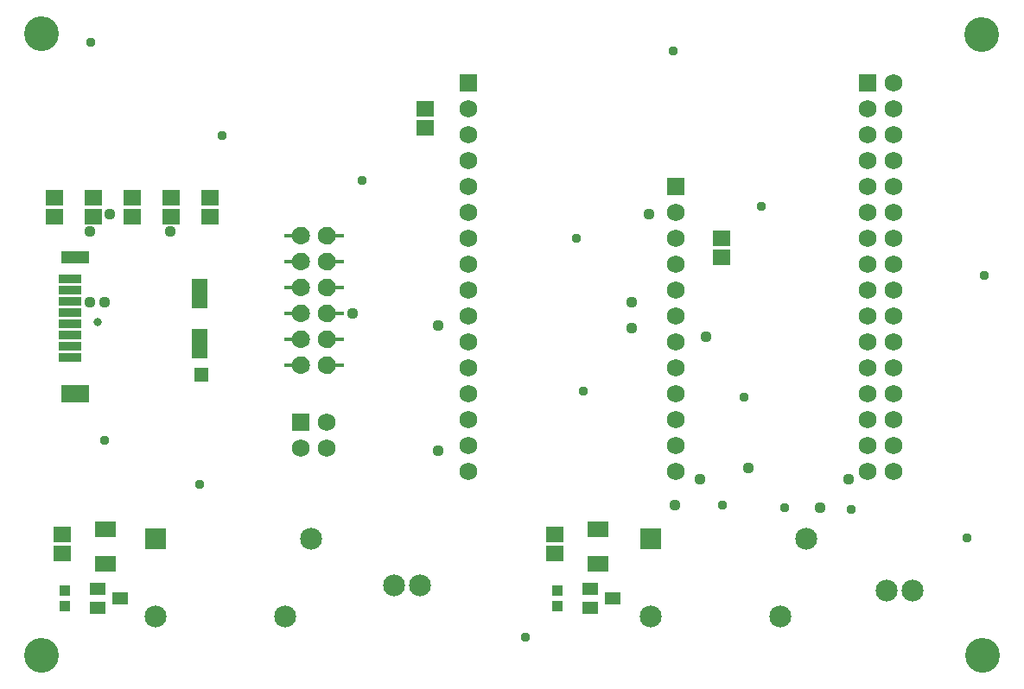
<source format=gbr>
G04 EAGLE Gerber RS-274X export*
G75*
%MOMM*%
%FSLAX34Y34*%
%LPD*%
%INSoldermask Top*%
%IPPOS*%
%AMOC8*
5,1,8,0,0,1.08239X$1,22.5*%
G01*
%ADD10C,3.403200*%
%ADD11R,2.203200X0.903200*%
%ADD12R,2.803200X1.203200*%
%ADD13R,2.803200X1.703200*%
%ADD14R,1.603200X2.903200*%
%ADD15R,1.403200X1.403200*%
%ADD16R,1.733200X1.733200*%
%ADD17C,1.733200*%
%ADD18R,1.703200X1.503200*%
%ADD19R,2.153200X2.153200*%
%ADD20C,2.153200*%
%ADD21R,1.603200X1.203200*%
%ADD22R,1.003200X1.003200*%
%ADD23C,2.146300*%
%ADD24R,2.003200X1.603200*%
%ADD25C,0.959600*%
%ADD26C,0.809600*%
%ADD27C,1.117600*%

G36*
X306258Y593337D02*
X306258Y593337D01*
X306264Y593333D01*
X307927Y593831D01*
X307931Y593836D01*
X307936Y593834D01*
X309468Y594649D01*
X309471Y594656D01*
X309476Y594654D01*
X310819Y595755D01*
X310820Y595762D01*
X310826Y595761D01*
X311926Y597104D01*
X311926Y597111D01*
X311931Y597112D01*
X312746Y598644D01*
X312745Y598651D01*
X312749Y598653D01*
X313237Y600281D01*
X321100Y600281D01*
X321147Y600317D01*
X321142Y600324D01*
X321149Y600330D01*
X321149Y603630D01*
X321113Y603677D01*
X321106Y603672D01*
X321100Y603679D01*
X313237Y603679D01*
X312749Y605307D01*
X312744Y605311D01*
X312746Y605316D01*
X311931Y606848D01*
X311924Y606851D01*
X311926Y606856D01*
X310826Y608199D01*
X310818Y608200D01*
X310819Y608206D01*
X309476Y609306D01*
X309469Y609306D01*
X309468Y609311D01*
X307936Y610126D01*
X307929Y610125D01*
X307927Y610129D01*
X306264Y610627D01*
X306254Y610624D01*
X306250Y610629D01*
X304800Y610629D01*
X304797Y610627D01*
X304795Y610629D01*
X303117Y610464D01*
X303112Y610459D01*
X303108Y610462D01*
X301495Y609973D01*
X301490Y609967D01*
X301486Y609969D01*
X299999Y609174D01*
X299996Y609168D01*
X299991Y609169D01*
X298688Y608099D01*
X298686Y608092D01*
X298681Y608092D01*
X297611Y606789D01*
X297611Y606782D01*
X297606Y606781D01*
X296811Y605294D01*
X296812Y605287D01*
X296808Y605285D01*
X296318Y603672D01*
X296321Y603665D01*
X296316Y603663D01*
X296151Y601985D01*
X296155Y601979D01*
X296151Y601975D01*
X296316Y600297D01*
X296321Y600292D01*
X296318Y600288D01*
X296808Y598675D01*
X296813Y598670D01*
X296811Y598666D01*
X297606Y597179D01*
X297613Y597176D01*
X297611Y597171D01*
X298681Y595868D01*
X298688Y595866D01*
X298688Y595861D01*
X299991Y594791D01*
X299998Y594791D01*
X299999Y594786D01*
X301486Y593991D01*
X301493Y593992D01*
X301495Y593988D01*
X303108Y593498D01*
X303115Y593501D01*
X303117Y593496D01*
X304795Y593331D01*
X304798Y593333D01*
X304800Y593331D01*
X306250Y593331D01*
X306258Y593337D01*
G37*
G36*
X306258Y567937D02*
X306258Y567937D01*
X306264Y567933D01*
X307927Y568431D01*
X307931Y568436D01*
X307936Y568434D01*
X309468Y569249D01*
X309471Y569256D01*
X309476Y569254D01*
X310819Y570355D01*
X310820Y570362D01*
X310826Y570361D01*
X311926Y571704D01*
X311926Y571711D01*
X311931Y571712D01*
X312746Y573244D01*
X312745Y573251D01*
X312749Y573253D01*
X313237Y574881D01*
X321100Y574881D01*
X321147Y574917D01*
X321142Y574924D01*
X321149Y574930D01*
X321149Y578230D01*
X321113Y578277D01*
X321106Y578272D01*
X321100Y578279D01*
X313237Y578279D01*
X312749Y579907D01*
X312744Y579911D01*
X312746Y579916D01*
X311931Y581448D01*
X311924Y581451D01*
X311926Y581456D01*
X310826Y582799D01*
X310818Y582800D01*
X310819Y582806D01*
X309476Y583906D01*
X309469Y583906D01*
X309468Y583911D01*
X307936Y584726D01*
X307929Y584725D01*
X307927Y584729D01*
X306264Y585227D01*
X306254Y585224D01*
X306250Y585229D01*
X304800Y585229D01*
X304797Y585227D01*
X304795Y585229D01*
X303117Y585064D01*
X303112Y585059D01*
X303108Y585062D01*
X301495Y584573D01*
X301490Y584567D01*
X301486Y584569D01*
X299999Y583774D01*
X299996Y583768D01*
X299991Y583769D01*
X298688Y582699D01*
X298686Y582692D01*
X298681Y582692D01*
X297611Y581389D01*
X297611Y581382D01*
X297606Y581381D01*
X296811Y579894D01*
X296812Y579887D01*
X296808Y579885D01*
X296318Y578272D01*
X296321Y578265D01*
X296316Y578263D01*
X296151Y576585D01*
X296155Y576579D01*
X296151Y576575D01*
X296316Y574897D01*
X296321Y574892D01*
X296318Y574888D01*
X296808Y573275D01*
X296813Y573270D01*
X296811Y573266D01*
X297606Y571779D01*
X297613Y571776D01*
X297611Y571771D01*
X298681Y570468D01*
X298688Y570466D01*
X298688Y570461D01*
X299991Y569391D01*
X299998Y569391D01*
X299999Y569386D01*
X301486Y568591D01*
X301493Y568592D01*
X301495Y568588D01*
X303108Y568098D01*
X303115Y568101D01*
X303117Y568096D01*
X304795Y567931D01*
X304798Y567933D01*
X304800Y567931D01*
X306250Y567931D01*
X306258Y567937D01*
G37*
G36*
X306258Y542537D02*
X306258Y542537D01*
X306264Y542533D01*
X307927Y543031D01*
X307931Y543036D01*
X307936Y543034D01*
X309468Y543849D01*
X309471Y543856D01*
X309476Y543854D01*
X310819Y544955D01*
X310820Y544962D01*
X310826Y544961D01*
X311926Y546304D01*
X311926Y546311D01*
X311931Y546312D01*
X312746Y547844D01*
X312745Y547851D01*
X312749Y547853D01*
X313237Y549481D01*
X321100Y549481D01*
X321147Y549517D01*
X321142Y549524D01*
X321149Y549530D01*
X321149Y552830D01*
X321113Y552877D01*
X321106Y552872D01*
X321100Y552879D01*
X313237Y552879D01*
X312749Y554507D01*
X312744Y554511D01*
X312746Y554516D01*
X311931Y556048D01*
X311924Y556051D01*
X311926Y556056D01*
X310826Y557399D01*
X310818Y557400D01*
X310819Y557406D01*
X309476Y558506D01*
X309469Y558506D01*
X309468Y558511D01*
X307936Y559326D01*
X307929Y559325D01*
X307927Y559329D01*
X306264Y559827D01*
X306254Y559824D01*
X306250Y559829D01*
X304800Y559829D01*
X304797Y559827D01*
X304795Y559829D01*
X303117Y559664D01*
X303112Y559659D01*
X303108Y559662D01*
X301495Y559173D01*
X301490Y559167D01*
X301486Y559169D01*
X299999Y558374D01*
X299996Y558368D01*
X299991Y558369D01*
X298688Y557299D01*
X298686Y557292D01*
X298681Y557292D01*
X297611Y555989D01*
X297611Y555982D01*
X297606Y555981D01*
X296811Y554494D01*
X296812Y554487D01*
X296808Y554485D01*
X296318Y552872D01*
X296321Y552865D01*
X296316Y552863D01*
X296151Y551185D01*
X296155Y551179D01*
X296151Y551175D01*
X296316Y549497D01*
X296321Y549492D01*
X296318Y549488D01*
X296808Y547875D01*
X296813Y547870D01*
X296811Y547866D01*
X297606Y546379D01*
X297613Y546376D01*
X297611Y546371D01*
X298681Y545068D01*
X298688Y545066D01*
X298688Y545061D01*
X299991Y543991D01*
X299998Y543991D01*
X299999Y543986D01*
X301486Y543191D01*
X301493Y543192D01*
X301495Y543188D01*
X303108Y542698D01*
X303115Y542701D01*
X303117Y542696D01*
X304795Y542531D01*
X304798Y542533D01*
X304800Y542531D01*
X306250Y542531D01*
X306258Y542537D01*
G37*
G36*
X306258Y517137D02*
X306258Y517137D01*
X306264Y517133D01*
X307927Y517631D01*
X307931Y517636D01*
X307936Y517634D01*
X309468Y518449D01*
X309471Y518456D01*
X309476Y518454D01*
X310819Y519555D01*
X310820Y519562D01*
X310826Y519561D01*
X311926Y520904D01*
X311926Y520911D01*
X311931Y520912D01*
X312746Y522444D01*
X312745Y522451D01*
X312749Y522453D01*
X313237Y524081D01*
X321100Y524081D01*
X321147Y524117D01*
X321142Y524124D01*
X321149Y524130D01*
X321149Y527430D01*
X321113Y527477D01*
X321106Y527472D01*
X321100Y527479D01*
X313237Y527479D01*
X312749Y529107D01*
X312744Y529111D01*
X312746Y529116D01*
X311931Y530648D01*
X311924Y530651D01*
X311926Y530656D01*
X310826Y531999D01*
X310818Y532000D01*
X310819Y532006D01*
X309476Y533106D01*
X309469Y533106D01*
X309468Y533111D01*
X307936Y533926D01*
X307929Y533925D01*
X307927Y533929D01*
X306264Y534427D01*
X306254Y534424D01*
X306250Y534429D01*
X304800Y534429D01*
X304797Y534427D01*
X304795Y534429D01*
X303117Y534264D01*
X303112Y534259D01*
X303108Y534262D01*
X301495Y533773D01*
X301490Y533767D01*
X301486Y533769D01*
X299999Y532974D01*
X299996Y532968D01*
X299991Y532969D01*
X298688Y531899D01*
X298686Y531892D01*
X298681Y531892D01*
X297611Y530589D01*
X297611Y530582D01*
X297606Y530581D01*
X296811Y529094D01*
X296812Y529087D01*
X296808Y529085D01*
X296318Y527472D01*
X296321Y527465D01*
X296316Y527463D01*
X296151Y525785D01*
X296155Y525779D01*
X296151Y525775D01*
X296316Y524097D01*
X296321Y524092D01*
X296318Y524088D01*
X296808Y522475D01*
X296813Y522470D01*
X296811Y522466D01*
X297606Y520979D01*
X297613Y520976D01*
X297611Y520971D01*
X298681Y519668D01*
X298688Y519666D01*
X298688Y519661D01*
X299991Y518591D01*
X299998Y518591D01*
X299999Y518586D01*
X301486Y517791D01*
X301493Y517792D01*
X301495Y517788D01*
X303108Y517298D01*
X303115Y517301D01*
X303117Y517296D01*
X304795Y517131D01*
X304798Y517133D01*
X304800Y517131D01*
X306250Y517131D01*
X306258Y517137D01*
G37*
G36*
X306258Y491737D02*
X306258Y491737D01*
X306264Y491733D01*
X307927Y492231D01*
X307931Y492236D01*
X307936Y492234D01*
X309468Y493049D01*
X309471Y493056D01*
X309476Y493054D01*
X310819Y494155D01*
X310820Y494162D01*
X310826Y494161D01*
X311926Y495504D01*
X311926Y495511D01*
X311931Y495512D01*
X312746Y497044D01*
X312745Y497051D01*
X312749Y497053D01*
X313237Y498681D01*
X321100Y498681D01*
X321147Y498717D01*
X321142Y498724D01*
X321149Y498730D01*
X321149Y502030D01*
X321113Y502077D01*
X321106Y502072D01*
X321100Y502079D01*
X313237Y502079D01*
X312749Y503707D01*
X312744Y503711D01*
X312746Y503716D01*
X311931Y505248D01*
X311924Y505251D01*
X311926Y505256D01*
X310826Y506599D01*
X310818Y506600D01*
X310819Y506606D01*
X309476Y507706D01*
X309469Y507706D01*
X309468Y507711D01*
X307936Y508526D01*
X307929Y508525D01*
X307927Y508529D01*
X306264Y509027D01*
X306254Y509024D01*
X306250Y509029D01*
X304800Y509029D01*
X304797Y509027D01*
X304795Y509029D01*
X303117Y508864D01*
X303112Y508859D01*
X303108Y508862D01*
X301495Y508373D01*
X301490Y508367D01*
X301486Y508369D01*
X299999Y507574D01*
X299996Y507568D01*
X299991Y507569D01*
X298688Y506499D01*
X298686Y506492D01*
X298681Y506492D01*
X297611Y505189D01*
X297611Y505182D01*
X297606Y505181D01*
X296811Y503694D01*
X296812Y503687D01*
X296808Y503685D01*
X296318Y502072D01*
X296321Y502065D01*
X296316Y502063D01*
X296151Y500385D01*
X296155Y500379D01*
X296151Y500375D01*
X296316Y498697D01*
X296321Y498692D01*
X296318Y498688D01*
X296808Y497075D01*
X296813Y497070D01*
X296811Y497066D01*
X297606Y495579D01*
X297613Y495576D01*
X297611Y495571D01*
X298681Y494268D01*
X298688Y494266D01*
X298688Y494261D01*
X299991Y493191D01*
X299998Y493191D01*
X299999Y493186D01*
X301486Y492391D01*
X301493Y492392D01*
X301495Y492388D01*
X303108Y491898D01*
X303115Y491901D01*
X303117Y491896D01*
X304795Y491731D01*
X304798Y491733D01*
X304800Y491731D01*
X306250Y491731D01*
X306258Y491737D01*
G37*
G36*
X306258Y466337D02*
X306258Y466337D01*
X306264Y466333D01*
X307927Y466831D01*
X307931Y466836D01*
X307936Y466834D01*
X309468Y467649D01*
X309471Y467656D01*
X309476Y467654D01*
X310819Y468755D01*
X310820Y468762D01*
X310826Y468761D01*
X311926Y470104D01*
X311926Y470111D01*
X311931Y470112D01*
X312746Y471644D01*
X312745Y471651D01*
X312749Y471653D01*
X313237Y473281D01*
X321100Y473281D01*
X321147Y473317D01*
X321142Y473324D01*
X321149Y473330D01*
X321149Y476630D01*
X321113Y476677D01*
X321106Y476672D01*
X321100Y476679D01*
X313237Y476679D01*
X312749Y478307D01*
X312744Y478311D01*
X312746Y478316D01*
X311931Y479848D01*
X311924Y479851D01*
X311926Y479856D01*
X310826Y481199D01*
X310818Y481200D01*
X310819Y481206D01*
X309476Y482306D01*
X309469Y482306D01*
X309468Y482311D01*
X307936Y483126D01*
X307929Y483125D01*
X307927Y483129D01*
X306264Y483627D01*
X306254Y483624D01*
X306250Y483629D01*
X304800Y483629D01*
X304797Y483627D01*
X304795Y483629D01*
X303117Y483464D01*
X303112Y483459D01*
X303108Y483462D01*
X301495Y482973D01*
X301490Y482967D01*
X301486Y482969D01*
X299999Y482174D01*
X299996Y482168D01*
X299991Y482169D01*
X298688Y481099D01*
X298686Y481092D01*
X298681Y481092D01*
X297611Y479789D01*
X297611Y479782D01*
X297606Y479781D01*
X296811Y478294D01*
X296812Y478287D01*
X296808Y478285D01*
X296318Y476672D01*
X296321Y476665D01*
X296316Y476663D01*
X296151Y474985D01*
X296155Y474979D01*
X296151Y474975D01*
X296316Y473297D01*
X296321Y473292D01*
X296318Y473288D01*
X296808Y471675D01*
X296813Y471670D01*
X296811Y471666D01*
X297606Y470179D01*
X297613Y470176D01*
X297611Y470171D01*
X298681Y468868D01*
X298688Y468866D01*
X298688Y468861D01*
X299991Y467791D01*
X299998Y467791D01*
X299999Y467786D01*
X301486Y466991D01*
X301493Y466992D01*
X301495Y466988D01*
X303108Y466498D01*
X303115Y466501D01*
X303117Y466496D01*
X304795Y466331D01*
X304798Y466333D01*
X304800Y466331D01*
X306250Y466331D01*
X306258Y466337D01*
G37*
G36*
X281083Y593496D02*
X281083Y593496D01*
X281088Y593501D01*
X281092Y593498D01*
X282705Y593988D01*
X282710Y593993D01*
X282714Y593991D01*
X284201Y594786D01*
X284204Y594793D01*
X284209Y594791D01*
X285512Y595861D01*
X285514Y595868D01*
X285519Y595868D01*
X286589Y597171D01*
X286589Y597178D01*
X286594Y597179D01*
X287389Y598666D01*
X287388Y598673D01*
X287393Y598675D01*
X287471Y598932D01*
X287485Y598981D01*
X287486Y598981D01*
X287710Y599720D01*
X287882Y600288D01*
X287879Y600295D01*
X287884Y600297D01*
X288049Y601975D01*
X288045Y601981D01*
X288049Y601985D01*
X287884Y603663D01*
X287879Y603668D01*
X287882Y603672D01*
X287393Y605285D01*
X287387Y605290D01*
X287389Y605294D01*
X286594Y606781D01*
X286588Y606784D01*
X286589Y606789D01*
X285519Y608092D01*
X285512Y608094D01*
X285512Y608099D01*
X284209Y609169D01*
X284202Y609169D01*
X284201Y609174D01*
X282714Y609969D01*
X282707Y609968D01*
X282705Y609973D01*
X281092Y610462D01*
X281085Y610459D01*
X281083Y610464D01*
X279405Y610629D01*
X279399Y610625D01*
X279395Y610629D01*
X277718Y610460D01*
X277713Y610455D01*
X277709Y610458D01*
X276097Y609965D01*
X276093Y609959D01*
X276088Y609961D01*
X274605Y609161D01*
X274602Y609155D01*
X274597Y609156D01*
X273298Y608082D01*
X273297Y608075D01*
X273291Y608075D01*
X272228Y606767D01*
X272228Y606760D01*
X272223Y606759D01*
X271436Y605269D01*
X271437Y605265D01*
X271434Y605263D01*
X271436Y605261D01*
X271433Y605260D01*
X270963Y603679D01*
X263100Y603679D01*
X263053Y603643D01*
X263055Y603640D01*
X263053Y603637D01*
X263055Y603634D01*
X263051Y603630D01*
X263051Y600330D01*
X263087Y600283D01*
X263094Y600288D01*
X263100Y600281D01*
X270963Y600281D01*
X271433Y598700D01*
X271438Y598696D01*
X271436Y598691D01*
X272223Y597201D01*
X272229Y597198D01*
X272228Y597193D01*
X273291Y595885D01*
X273298Y595883D01*
X273298Y595878D01*
X274597Y594804D01*
X274604Y594804D01*
X274605Y594799D01*
X276088Y593999D01*
X276096Y594000D01*
X276097Y593995D01*
X277709Y593502D01*
X277716Y593504D01*
X277718Y593500D01*
X279395Y593331D01*
X279401Y593335D01*
X279405Y593331D01*
X281083Y593496D01*
G37*
G36*
X281083Y568096D02*
X281083Y568096D01*
X281088Y568101D01*
X281092Y568098D01*
X282705Y568588D01*
X282710Y568593D01*
X282714Y568591D01*
X284201Y569386D01*
X284204Y569393D01*
X284209Y569391D01*
X285512Y570461D01*
X285514Y570468D01*
X285519Y570468D01*
X286589Y571771D01*
X286589Y571778D01*
X286594Y571779D01*
X287389Y573266D01*
X287388Y573273D01*
X287393Y573275D01*
X287471Y573532D01*
X287485Y573581D01*
X287486Y573581D01*
X287710Y574320D01*
X287882Y574888D01*
X287879Y574895D01*
X287884Y574897D01*
X288049Y576575D01*
X288045Y576581D01*
X288049Y576585D01*
X287884Y578263D01*
X287879Y578268D01*
X287882Y578272D01*
X287393Y579885D01*
X287387Y579890D01*
X287389Y579894D01*
X286594Y581381D01*
X286588Y581384D01*
X286589Y581389D01*
X285519Y582692D01*
X285512Y582694D01*
X285512Y582699D01*
X284209Y583769D01*
X284202Y583769D01*
X284201Y583774D01*
X282714Y584569D01*
X282707Y584568D01*
X282705Y584573D01*
X281092Y585062D01*
X281085Y585059D01*
X281083Y585064D01*
X279405Y585229D01*
X279399Y585225D01*
X279395Y585229D01*
X277718Y585060D01*
X277713Y585055D01*
X277709Y585058D01*
X276097Y584565D01*
X276093Y584559D01*
X276088Y584561D01*
X274605Y583761D01*
X274602Y583755D01*
X274597Y583756D01*
X273298Y582682D01*
X273297Y582675D01*
X273291Y582675D01*
X272228Y581367D01*
X272228Y581360D01*
X272223Y581359D01*
X271436Y579869D01*
X271437Y579865D01*
X271434Y579863D01*
X271436Y579861D01*
X271433Y579860D01*
X270963Y578279D01*
X263100Y578279D01*
X263053Y578243D01*
X263055Y578240D01*
X263053Y578237D01*
X263055Y578234D01*
X263051Y578230D01*
X263051Y574930D01*
X263087Y574883D01*
X263094Y574888D01*
X263100Y574881D01*
X270963Y574881D01*
X271433Y573300D01*
X271438Y573296D01*
X271436Y573291D01*
X272223Y571801D01*
X272229Y571798D01*
X272228Y571793D01*
X273291Y570485D01*
X273298Y570483D01*
X273298Y570478D01*
X274597Y569404D01*
X274604Y569404D01*
X274605Y569399D01*
X276088Y568599D01*
X276096Y568600D01*
X276097Y568595D01*
X277709Y568102D01*
X277716Y568104D01*
X277718Y568100D01*
X279395Y567931D01*
X279401Y567935D01*
X279405Y567931D01*
X281083Y568096D01*
G37*
G36*
X281083Y542696D02*
X281083Y542696D01*
X281088Y542701D01*
X281092Y542698D01*
X282705Y543188D01*
X282710Y543193D01*
X282714Y543191D01*
X284201Y543986D01*
X284204Y543993D01*
X284209Y543991D01*
X285512Y545061D01*
X285514Y545068D01*
X285519Y545068D01*
X286589Y546371D01*
X286589Y546378D01*
X286594Y546379D01*
X287389Y547866D01*
X287388Y547873D01*
X287393Y547875D01*
X287471Y548132D01*
X287485Y548181D01*
X287486Y548181D01*
X287710Y548920D01*
X287882Y549488D01*
X287879Y549495D01*
X287884Y549497D01*
X288049Y551175D01*
X288045Y551181D01*
X288049Y551185D01*
X287884Y552863D01*
X287879Y552868D01*
X287882Y552872D01*
X287393Y554485D01*
X287387Y554490D01*
X287389Y554494D01*
X286594Y555981D01*
X286588Y555984D01*
X286589Y555989D01*
X285519Y557292D01*
X285512Y557294D01*
X285512Y557299D01*
X284209Y558369D01*
X284202Y558369D01*
X284201Y558374D01*
X282714Y559169D01*
X282707Y559168D01*
X282705Y559173D01*
X281092Y559662D01*
X281085Y559659D01*
X281083Y559664D01*
X279405Y559829D01*
X279399Y559825D01*
X279395Y559829D01*
X277718Y559660D01*
X277713Y559655D01*
X277709Y559658D01*
X276097Y559165D01*
X276093Y559159D01*
X276088Y559161D01*
X274605Y558361D01*
X274602Y558355D01*
X274597Y558356D01*
X273298Y557282D01*
X273297Y557275D01*
X273291Y557275D01*
X272228Y555967D01*
X272228Y555960D01*
X272223Y555959D01*
X271436Y554469D01*
X271437Y554465D01*
X271434Y554463D01*
X271436Y554461D01*
X271433Y554460D01*
X270963Y552879D01*
X263100Y552879D01*
X263053Y552843D01*
X263055Y552840D01*
X263053Y552837D01*
X263055Y552834D01*
X263051Y552830D01*
X263051Y549530D01*
X263087Y549483D01*
X263094Y549488D01*
X263100Y549481D01*
X270963Y549481D01*
X271433Y547900D01*
X271438Y547896D01*
X271436Y547891D01*
X272223Y546401D01*
X272229Y546398D01*
X272228Y546393D01*
X273291Y545085D01*
X273298Y545083D01*
X273298Y545078D01*
X274597Y544004D01*
X274604Y544004D01*
X274605Y543999D01*
X276088Y543199D01*
X276096Y543200D01*
X276097Y543195D01*
X277709Y542702D01*
X277716Y542704D01*
X277718Y542700D01*
X279395Y542531D01*
X279401Y542535D01*
X279405Y542531D01*
X281083Y542696D01*
G37*
G36*
X281083Y517296D02*
X281083Y517296D01*
X281088Y517301D01*
X281092Y517298D01*
X282705Y517788D01*
X282710Y517793D01*
X282714Y517791D01*
X284201Y518586D01*
X284204Y518593D01*
X284209Y518591D01*
X285512Y519661D01*
X285514Y519668D01*
X285519Y519668D01*
X286589Y520971D01*
X286589Y520978D01*
X286594Y520979D01*
X287389Y522466D01*
X287388Y522473D01*
X287393Y522475D01*
X287471Y522732D01*
X287485Y522781D01*
X287486Y522781D01*
X287710Y523520D01*
X287882Y524088D01*
X287879Y524095D01*
X287884Y524097D01*
X288049Y525775D01*
X288045Y525781D01*
X288049Y525785D01*
X287884Y527463D01*
X287879Y527468D01*
X287882Y527472D01*
X287393Y529085D01*
X287387Y529090D01*
X287389Y529094D01*
X286594Y530581D01*
X286588Y530584D01*
X286589Y530589D01*
X285519Y531892D01*
X285512Y531894D01*
X285512Y531899D01*
X284209Y532969D01*
X284202Y532969D01*
X284201Y532974D01*
X282714Y533769D01*
X282707Y533768D01*
X282705Y533773D01*
X281092Y534262D01*
X281085Y534259D01*
X281083Y534264D01*
X279405Y534429D01*
X279399Y534425D01*
X279395Y534429D01*
X277718Y534260D01*
X277713Y534255D01*
X277709Y534258D01*
X276097Y533765D01*
X276093Y533759D01*
X276088Y533761D01*
X274605Y532961D01*
X274602Y532955D01*
X274597Y532956D01*
X273298Y531882D01*
X273297Y531875D01*
X273291Y531875D01*
X272228Y530567D01*
X272228Y530560D01*
X272223Y530559D01*
X271436Y529069D01*
X271437Y529065D01*
X271434Y529063D01*
X271436Y529061D01*
X271433Y529060D01*
X270963Y527479D01*
X263100Y527479D01*
X263053Y527443D01*
X263055Y527440D01*
X263053Y527437D01*
X263055Y527434D01*
X263051Y527430D01*
X263051Y524130D01*
X263087Y524083D01*
X263094Y524088D01*
X263100Y524081D01*
X270963Y524081D01*
X271433Y522500D01*
X271438Y522496D01*
X271436Y522491D01*
X272223Y521001D01*
X272229Y520998D01*
X272228Y520993D01*
X273291Y519685D01*
X273298Y519683D01*
X273298Y519678D01*
X274597Y518604D01*
X274604Y518604D01*
X274605Y518599D01*
X276088Y517799D01*
X276096Y517800D01*
X276097Y517795D01*
X277709Y517302D01*
X277716Y517304D01*
X277718Y517300D01*
X279395Y517131D01*
X279401Y517135D01*
X279405Y517131D01*
X281083Y517296D01*
G37*
G36*
X281083Y491896D02*
X281083Y491896D01*
X281088Y491901D01*
X281092Y491898D01*
X282705Y492388D01*
X282710Y492393D01*
X282714Y492391D01*
X284201Y493186D01*
X284204Y493193D01*
X284209Y493191D01*
X285512Y494261D01*
X285514Y494268D01*
X285519Y494268D01*
X286589Y495571D01*
X286589Y495578D01*
X286594Y495579D01*
X287389Y497066D01*
X287388Y497073D01*
X287393Y497075D01*
X287471Y497332D01*
X287485Y497381D01*
X287486Y497381D01*
X287710Y498120D01*
X287882Y498688D01*
X287879Y498695D01*
X287884Y498697D01*
X288049Y500375D01*
X288045Y500381D01*
X288049Y500385D01*
X287884Y502063D01*
X287879Y502068D01*
X287882Y502072D01*
X287393Y503685D01*
X287387Y503690D01*
X287389Y503694D01*
X286594Y505181D01*
X286588Y505184D01*
X286589Y505189D01*
X285519Y506492D01*
X285512Y506494D01*
X285512Y506499D01*
X284209Y507569D01*
X284202Y507569D01*
X284201Y507574D01*
X282714Y508369D01*
X282707Y508368D01*
X282705Y508373D01*
X281092Y508862D01*
X281085Y508859D01*
X281083Y508864D01*
X279405Y509029D01*
X279399Y509025D01*
X279395Y509029D01*
X277718Y508860D01*
X277713Y508855D01*
X277709Y508858D01*
X276097Y508365D01*
X276093Y508359D01*
X276088Y508361D01*
X274605Y507561D01*
X274602Y507555D01*
X274597Y507556D01*
X273298Y506482D01*
X273297Y506475D01*
X273291Y506475D01*
X272228Y505167D01*
X272228Y505160D01*
X272223Y505159D01*
X271436Y503669D01*
X271437Y503665D01*
X271434Y503663D01*
X271436Y503661D01*
X271433Y503660D01*
X270963Y502079D01*
X263100Y502079D01*
X263053Y502043D01*
X263055Y502040D01*
X263053Y502037D01*
X263055Y502034D01*
X263051Y502030D01*
X263051Y498730D01*
X263087Y498683D01*
X263094Y498688D01*
X263100Y498681D01*
X270963Y498681D01*
X271433Y497100D01*
X271438Y497096D01*
X271436Y497091D01*
X272223Y495601D01*
X272229Y495598D01*
X272228Y495593D01*
X273291Y494285D01*
X273298Y494283D01*
X273298Y494278D01*
X274597Y493204D01*
X274604Y493204D01*
X274605Y493199D01*
X276088Y492399D01*
X276096Y492400D01*
X276097Y492395D01*
X277709Y491902D01*
X277716Y491904D01*
X277718Y491900D01*
X279395Y491731D01*
X279401Y491735D01*
X279405Y491731D01*
X281083Y491896D01*
G37*
G36*
X281083Y466496D02*
X281083Y466496D01*
X281088Y466501D01*
X281092Y466498D01*
X282705Y466988D01*
X282710Y466993D01*
X282714Y466991D01*
X284201Y467786D01*
X284204Y467793D01*
X284209Y467791D01*
X285512Y468861D01*
X285514Y468868D01*
X285519Y468868D01*
X286589Y470171D01*
X286589Y470178D01*
X286594Y470179D01*
X287389Y471666D01*
X287388Y471673D01*
X287393Y471675D01*
X287471Y471932D01*
X287485Y471981D01*
X287486Y471981D01*
X287710Y472720D01*
X287882Y473288D01*
X287879Y473295D01*
X287884Y473297D01*
X288049Y474975D01*
X288045Y474981D01*
X288049Y474985D01*
X287884Y476663D01*
X287879Y476668D01*
X287882Y476672D01*
X287393Y478285D01*
X287387Y478290D01*
X287389Y478294D01*
X286594Y479781D01*
X286588Y479784D01*
X286589Y479789D01*
X285519Y481092D01*
X285512Y481094D01*
X285512Y481099D01*
X284209Y482169D01*
X284202Y482169D01*
X284201Y482174D01*
X282714Y482969D01*
X282707Y482968D01*
X282705Y482973D01*
X281092Y483462D01*
X281085Y483459D01*
X281083Y483464D01*
X279405Y483629D01*
X279399Y483625D01*
X279395Y483629D01*
X277718Y483460D01*
X277713Y483455D01*
X277709Y483458D01*
X276097Y482965D01*
X276093Y482959D01*
X276088Y482961D01*
X274605Y482161D01*
X274602Y482155D01*
X274597Y482156D01*
X273298Y481082D01*
X273297Y481075D01*
X273291Y481075D01*
X272228Y479767D01*
X272228Y479760D01*
X272223Y479759D01*
X271436Y478269D01*
X271437Y478265D01*
X271434Y478263D01*
X271436Y478261D01*
X271433Y478260D01*
X270963Y476679D01*
X263100Y476679D01*
X263053Y476643D01*
X263055Y476640D01*
X263053Y476637D01*
X263055Y476634D01*
X263051Y476630D01*
X263051Y473330D01*
X263087Y473283D01*
X263094Y473288D01*
X263100Y473281D01*
X270963Y473281D01*
X271433Y471700D01*
X271438Y471696D01*
X271436Y471691D01*
X272223Y470201D01*
X272229Y470198D01*
X272228Y470193D01*
X273291Y468885D01*
X273298Y468883D01*
X273298Y468878D01*
X274597Y467804D01*
X274604Y467804D01*
X274605Y467799D01*
X276088Y466999D01*
X276096Y467000D01*
X276097Y466995D01*
X277709Y466502D01*
X277716Y466504D01*
X277718Y466500D01*
X279395Y466331D01*
X279401Y466335D01*
X279405Y466331D01*
X281083Y466496D01*
G37*
D10*
X25400Y800100D03*
X946150Y798830D03*
X25400Y190500D03*
X947420Y190500D03*
D11*
X53340Y559350D03*
X53340Y548350D03*
X53340Y537350D03*
X53340Y526350D03*
X53340Y515350D03*
X53340Y504350D03*
X53340Y493350D03*
X53340Y482350D03*
D12*
X58340Y580350D03*
D13*
X58340Y446850D03*
D14*
X180340Y496350D03*
X180340Y545350D03*
D15*
X181340Y465850D03*
D16*
X646430Y650240D03*
D17*
X646430Y624840D03*
X646430Y599440D03*
X646430Y574040D03*
X646430Y548640D03*
X646430Y523240D03*
X646430Y497840D03*
X646430Y472440D03*
X646430Y447040D03*
X646430Y421640D03*
X646430Y396240D03*
X646430Y370840D03*
D16*
X443230Y751840D03*
D17*
X443230Y726440D03*
X443230Y701040D03*
X443230Y675640D03*
X443230Y650240D03*
X443230Y624840D03*
X443230Y599440D03*
X443230Y574040D03*
X443230Y548640D03*
X443230Y523240D03*
X443230Y497840D03*
X443230Y472440D03*
X443230Y447040D03*
X443230Y421640D03*
X443230Y396240D03*
X443230Y370840D03*
X279400Y601980D03*
X304800Y601980D03*
X279400Y576580D03*
X304800Y576580D03*
X279400Y551180D03*
X304800Y551180D03*
X279400Y525780D03*
X304800Y525780D03*
X279400Y500380D03*
X304800Y500380D03*
X279400Y474980D03*
X304800Y474980D03*
D16*
X834390Y751840D03*
D17*
X859790Y751840D03*
X834390Y726440D03*
X859790Y726440D03*
X834390Y701040D03*
X859790Y701040D03*
X834390Y675640D03*
X859790Y675640D03*
X834390Y650240D03*
X859790Y650240D03*
X834390Y624840D03*
X859790Y624840D03*
X834390Y599440D03*
X859790Y599440D03*
X834390Y574040D03*
X859790Y574040D03*
X834390Y548640D03*
X859790Y548640D03*
X834390Y523240D03*
X859790Y523240D03*
X834390Y497840D03*
X859790Y497840D03*
X834390Y472440D03*
X859790Y472440D03*
X834390Y447040D03*
X859790Y447040D03*
X834390Y421640D03*
X859790Y421640D03*
X834390Y396240D03*
X859790Y396240D03*
X834390Y370840D03*
X859790Y370840D03*
D18*
X401320Y726542D03*
X401320Y707542D03*
X691134Y599542D03*
X691134Y580542D03*
X76200Y620420D03*
X76200Y639420D03*
X114300Y620420D03*
X114300Y639420D03*
X152400Y620420D03*
X152400Y639420D03*
D19*
X137160Y304700D03*
D20*
X137160Y228700D03*
X289560Y304700D03*
X264160Y228700D03*
D19*
X622300Y304700D03*
D20*
X622300Y228700D03*
X774700Y304700D03*
X749300Y228700D03*
D21*
X102440Y246380D03*
X80440Y236880D03*
X80440Y255880D03*
X585040Y246380D03*
X563040Y236880D03*
X563040Y255880D03*
D18*
X190500Y620420D03*
X190500Y639420D03*
X45720Y290220D03*
X45720Y309220D03*
X528320Y290220D03*
X528320Y309220D03*
D22*
X48260Y238880D03*
X48260Y253880D03*
X530860Y238880D03*
X530860Y253880D03*
D16*
X279400Y419100D03*
D17*
X304800Y419100D03*
X279400Y393700D03*
X304800Y393700D03*
D23*
X370840Y259080D03*
X396240Y259080D03*
X853440Y254000D03*
X878840Y254000D03*
D24*
X87630Y314180D03*
X87630Y280180D03*
X570230Y314180D03*
X570230Y280180D03*
D18*
X38100Y639420D03*
X38100Y620420D03*
D25*
X73660Y791210D03*
X201930Y699770D03*
X644398Y783336D03*
X948690Y562610D03*
X499110Y208280D03*
X753110Y335280D03*
X692150Y337820D03*
D26*
X79756Y517144D03*
D25*
X818134Y333502D03*
X339598Y656336D03*
X86614Y401066D03*
X180340Y358394D03*
X932180Y305562D03*
X713232Y443738D03*
X556260Y449580D03*
X549402Y598932D03*
X730250Y630682D03*
D27*
X676148Y502920D03*
X603504Y511302D03*
X413512Y514096D03*
X620268Y623062D03*
X603504Y536448D03*
X72644Y606298D03*
X92202Y623062D03*
X72644Y536448D03*
X150876Y606298D03*
X86614Y536448D03*
X329692Y525272D03*
X718058Y374396D03*
X670560Y363220D03*
X645414Y338074D03*
X413512Y391160D03*
X787908Y335280D03*
X815848Y363220D03*
M02*

</source>
